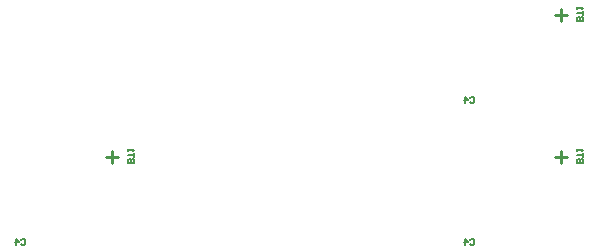
<source format=gbo>
G04*
G04 #@! TF.GenerationSoftware,Altium Limited,Altium Designer,21.7.2 (23)*
G04*
G04 Layer_Color=32896*
%FSLAX25Y25*%
%MOIN*%
G70*
G04*
G04 #@! TF.SameCoordinates,CCBFC18A-A892-47F7-AC39-C920CB58EF18*
G04*
G04*
G04 #@! TF.FilePolarity,Positive*
G04*
G01*
G75*
%ADD26C,0.00800*%
%ADD27C,0.01000*%
D26*
X220873Y93410D02*
X221207Y93743D01*
X221873D01*
X222206Y93410D01*
Y92077D01*
X221873Y91744D01*
X221207D01*
X220873Y92077D01*
X219207Y91744D02*
Y93743D01*
X220207Y92744D01*
X218874D01*
X258506Y119144D02*
X256506D01*
Y120144D01*
X256839Y120477D01*
X257173D01*
X257506Y120144D01*
Y119144D01*
Y120144D01*
X257839Y120477D01*
X258172D01*
X258506Y120144D01*
Y119144D01*
Y121143D02*
Y122476D01*
Y121810D01*
X256506D01*
Y123143D02*
Y123809D01*
Y123476D01*
X258506D01*
X258172Y123143D01*
X220873Y46166D02*
X221207Y46499D01*
X221873D01*
X222206Y46166D01*
Y44833D01*
X221873Y44500D01*
X221207D01*
X220873Y44833D01*
X219207Y44500D02*
Y46499D01*
X220207Y45500D01*
X218874D01*
X258506Y71900D02*
X256506D01*
Y72900D01*
X256839Y73233D01*
X257173D01*
X257506Y72900D01*
Y71900D01*
Y72900D01*
X257839Y73233D01*
X258172D01*
X258506Y72900D01*
Y71900D01*
Y73899D02*
Y75232D01*
Y74566D01*
X256506D01*
Y75899D02*
Y76565D01*
Y76232D01*
X258506D01*
X258172Y75899D01*
X71267Y46166D02*
X71600Y46499D01*
X72267D01*
X72600Y46166D01*
Y44833D01*
X72267Y44500D01*
X71600D01*
X71267Y44833D01*
X69601Y44500D02*
Y46499D01*
X70601Y45500D01*
X69268D01*
X108899Y71900D02*
X106900D01*
Y72900D01*
X107233Y73233D01*
X107566D01*
X107900Y72900D01*
Y71900D01*
Y72900D01*
X108233Y73233D01*
X108566D01*
X108899Y72900D01*
Y71900D01*
Y73899D02*
Y75232D01*
Y74566D01*
X106900D01*
Y75899D02*
Y76565D01*
Y76232D01*
X108899D01*
X108566Y75899D01*
D27*
X249113Y121094D02*
X253050D01*
X251081Y119125D02*
Y123062D01*
X249113Y73850D02*
X253050D01*
X251081Y71881D02*
Y75818D01*
X99506Y73850D02*
X103443D01*
X101475Y71881D02*
Y75818D01*
M02*

</source>
